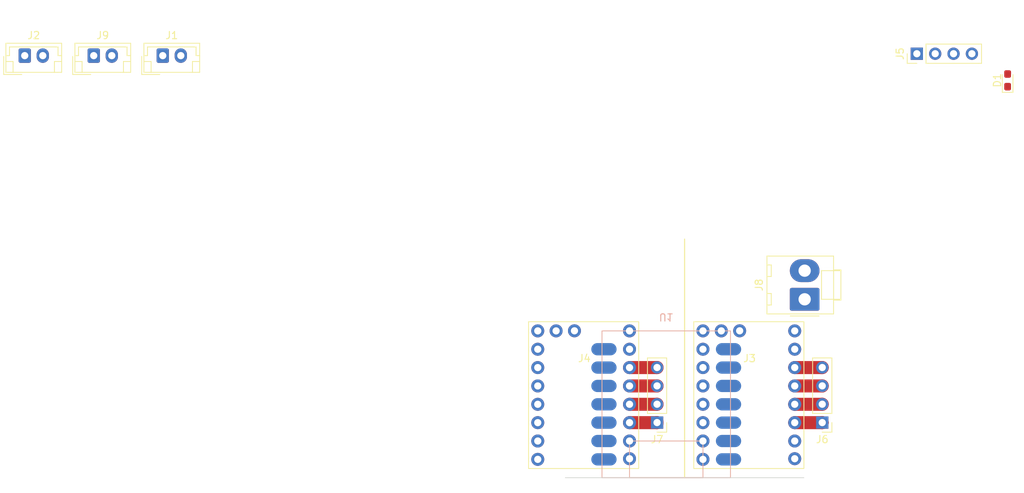
<source format=kicad_pcb>
(kicad_pcb (version 20211014) (generator pcbnew)
  (layers (0 "F.Cu" signal) (31 "B.Cu" signal) (34 "B.Paste" user) (35 "F.Paste" user) (36 "B.SilkS" user "B.Silkscreen") (37 "F.SilkS" user "F.Silkscreen") (38 "B.Mask" user) (39 "F.Mask" user) (44 "Edge.Cuts" user))
  (net 0 "")
  (net 1 "Net-(D1-Pad1)")
  (net 2 "+5V")
  (net 3 "RLOAD")
  (net 4 "GND")
  (net 5 "TRIG")
  (net 6 "EN")
  (net 9 "UART_A")
  (net 11 "STEP_A")
  (net 12 "DIR_A")
  (net 13 "+3V3")
  (net 14 "B2_A")
  (net 15 "B1_A")
  (net 16 "A1_A")
  (net 17 "A2_A")
  (net 18 "+24V")
  (net 20 "DIAG_A")
  (net 23 "UART_B")
  (net 25 "STEP_B")
  (net 26 "DIR_B")
  (net 27 "B2_B")
  (net 28 "B1_B")
  (net 29 "A1_B")
  (net 30 "A2_B")
  (net 32 "DIAG_B")
  (net 33 "mC-EN")
  (footprint "Connector_JST:JST_EH_B2B-EH-A_1x02_P2.50mm_Vertical" (layer "F.Cu") (at 30.605 52.08)
    (fp_text reference "J2" (at 1.25 -2.8) (layer "F.SilkS"))
    (fp_text value "Conn_01x02")
    (fp_line (start -2.11 0) (end -2.11 -1.21) (layer "F.SilkS") (width 0.12))
    (fp_line (start 5.11 0.81) (end 4.11 0.81) (layer "F.SilkS") (width 0.12))
    (fp_line (start -2.11 -1.21) (end 4.61 -1.21) (layer "F.SilkS") (width 0.12))
    (fp_line (start -2.61 0.81) (end -1.61 0.81) (layer "F.SilkS") (width 0.12))
    (fp_line (start 4.61 -1.21) (end 4.61 0) (layer "F.SilkS") (width 0.12))
    (fp_line (start -1.61 0.81) (end -1.61 2.31) (layer "F.SilkS") (width 0.12))
    (fp_line (start 5.11 2.31) (end 5.11 -1.71) (layer "F.SilkS") (width 0.12))
    (fp_line (start 4.61 0) (end 5.11 0) (layer "F.SilkS") (width 0.12))
    (fp_line (start -2.91 0.11) (end -2.91 2.61) (layer "F.SilkS") (width 0.12))
    (fp_line (start 4.11 0.81) (end 4.11 2.31) (layer "F.SilkS") (width 0.12))
    (fp_line (start -2.61 -1.71) (end -2.61 2.31) (layer "F.SilkS") (width 0.12))
    (fp_line (start -2.61 2.31) (end 5.11 2.31) (layer "F.SilkS") (width 0.12))
    (fp_line (start -2.91 2.61) (end -0.41 2.61) (layer "F.SilkS") (width 0.12))
    (fp_line (start 5.11 -1.71) (end -2.61 -1.71) (layer "F.SilkS") (width 0.12))
    (fp_line (start -2.61 0) (end -2.11 0) (layer "F.SilkS") (width 0.12))
    (pad "1" thru_hole roundrect locked (at 0 0) (size 1.7 2) (drill 1) (layers *.Cu *.Mask) (roundrect_rratio 0.147059) (net 5 "TRIG"))
    (pad "2" thru_hole oval locked (at 2.5 0) (size 1.7 2) (drill 1) (layers *.Cu *.Mask) (net 4 "GND"))
  )
  (footprint "Connector_PinHeader_2.54mm:PinHeader_1x04_P2.54mm_Vertical" (layer "F.Cu") (at 140.97 102.86 180)
    (fp_text reference "J6" (at 0 -2.33) (layer "F.SilkS"))
    (fp_text value "NEMA-17")
    (fp_line (start -1.33 -1.33) (end 0 -1.33) (layer "F.SilkS") (width 0.12))
    (fp_line (start -1.33 1.27) (end 1.33 1.27) (layer "F.SilkS") (width 0.12))
    (fp_line (start -1.33 1.27) (end -1.33 8.95) (layer "F.SilkS") (width 0.12))
    (fp_line (start -1.33 8.95) (end 1.33 8.95) (layer "F.SilkS") (width 0.12))
    (fp_line (start 1.33 1.27) (end 1.33 8.95) (layer "F.SilkS") (width 0.12))
    (fp_line (start -1.33 0) (end -1.33 -1.33) (layer "F.SilkS") (width 0.12))
    (pad "1" thru_hole rect locked (at 0 0 180) (size 1.7 1.7) (drill 1) (layers *.Cu *.Mask) (net 14 "B2_A"))
    (pad "2" thru_hole oval locked (at 0 2.54 180) (size 1.7 1.7) (drill 1) (layers *.Cu *.Mask) (net 15 "B1_A"))
    (pad "3" thru_hole oval locked (at 0 5.08 180) (size 1.7 1.7) (drill 1) (layers *.Cu *.Mask) (net 16 "A1_A"))
    (pad "4" thru_hole oval locked (at 0 7.62 180) (size 1.7 1.7) (drill 1) (layers *.Cu *.Mask) (net 17 "A2_A"))
  )
  (footprint "Connector_Molex:Molex_KK-396_A-41791-0002_1x02_P3.96mm_Vertical" (layer "F.Cu") (at 138.535 85.8 90)
    (fp_text reference "J8" (at 1.98 -6.31 90) (layer "F.SilkS"))
    (fp_text value "Conn_01x02")
    (fp_line (start -2.31 -2) (end -2.31 2) (layer "F.SilkS") (width 0.12))
    (fp_line (start 4.075 5.01) (end -0.115 5.01) (layer "F.SilkS") (width 0.12))
    (fp_line (start -0.115 4.005) (end -2.02 4.005) (layer "F.SilkS") (width 0.12))
    (fp_line (start -2.02 4.005) (end -2.02 -5.22) (layer "F.SilkS") (width 0.12))
    (fp_line (start 4.075 4.005) (end 4.075 5.01) (layer "F.SilkS") (width 0.12))
    (fp_line (start 0 4.01) (end 0 2.34) (layer "F.SilkS") (width 0.12))
    (fp_line (start 3.16 -5.22) (end 3.16 -4.62) (layer "F.SilkS") (width 0.12))
    (fp_line (start 4.76 -4.62) (end 4.76 -5.22) (layer "F.SilkS") (width 0.12))
    (fp_line (start 3.96 4.01) (end 3.96 5.01) (layer "F.SilkS") (width 0.12))
    (fp_line (start 3.96 2.34) (end 3.96 4.01) (layer "F.SilkS") (width 0.12))
    (fp_line (start 0 5.01) (end 0 4.01) (layer "F.SilkS") (width 0.12))
    (fp_line (start 0 4.01) (end 3.96 4.01) (layer "F.SilkS") (width 0.12))
    (fp_line (start -0.8 -5.22) (end -0.8 -4.62) (layer "F.SilkS") (width 0.12))
    (fp_line (start 0.8 -4.62) (end 0.8 -5.22) (layer "F.SilkS") (width 0.12))
    (fp_line (start 3.16 -4.62) (end 4.76 -4.62) (layer "F.SilkS") (width 0.12))
    (fp_line (start 5.98 4.005) (end 4.075 4.005) (layer "F.SilkS") (width 0.12))
    (fp_line (start -0.8 -4.62) (end 0.8 -4.62) (layer "F.SilkS") (width 0.12))
    (fp_line (start 0 2.34) (end 3.96 2.34) (layer "F.SilkS") (width 0.12))
    (fp_line (start -0.115 5.01) (end -0.115 4.005) (layer "F.SilkS") (width 0.12))
    (fp_line (start 5.98 -5.22) (end 5.98 4.005) (layer "F.SilkS") (width 0.12))
    (fp_line (start -2.02 -5.22) (end 5.98 -5.22) (layer "F.SilkS") (width 0.12))
    (pad "1" thru_hole roundrect locked (at 0 0 90) (size 3.16 4.1) (drill 1.7) (layers *.Cu *.Mask) (roundrect_rratio 0.079114) (net 18 "+24V"))
    (pad "2" thru_hole oval locked (at 3.96 0 90) (size 3.16 4.1) (drill 1.7) (layers *.Cu *.Mask) (net 4 "GND"))
  )
  (footprint "Connector_JST:JST_EH_B2B-EH-A_1x02_P2.50mm_Vertical" (layer "F.Cu") (at 40.155 52.08)
    (fp_text reference "J9" (at 1.25 -2.8) (layer "F.SilkS"))
    (fp_text value "Controller_Enable_Switch")
    (fp_line (start 5.11 0.81) (end 4.11 0.81) (layer "F.SilkS") (width 0.12))
    (fp_line (start 5.11 -1.71) (end -2.61 -1.71) (layer "F.SilkS") (width 0.12))
    (fp_line (start -2.61 2.31) (end 5.11 2.31) (layer "F.SilkS") (width 0.12))
    (fp_line (start -1.61 0.81) (end -1.61 2.31) (layer "F.SilkS") (width 0.12))
    (fp_line (start -2.61 -1.71) (end -2.61 2.31) (layer "F.SilkS") (width 0.12))
    (fp_line (start -2.11 -1.21) (end 4.61 -1.21) (layer "F.SilkS") (width 0.12))
    (fp_line (start -2.61 0.81) (end -1.61 0.81) (layer "F.SilkS") (width 0.12))
    (fp_line (start -2.91 2.61) (end -0.41 2.61) (layer "F.SilkS") (width 0.12))
    (fp_line (start 5.11 2.31) (end 5.11 -1.71) (layer "F.SilkS") (width 0.12))
    (fp_line (start 4.61 0) (end 5.11 0) (layer "F.SilkS") (width 0.12))
    (fp_line (start 4.61 -1.21) (end 4.61 0) (layer "F.SilkS") (width 0.12))
    (fp_line (start -2.61 0) (end -2.11 0) (layer "F.SilkS") (width 0.12))
    (fp_line (start -2.91 0.11) (end -2.91 2.61) (layer "F.SilkS") (width 0.12))
    (fp_line (start -2.11 0) (end -2.11 -1.21) (layer "F.SilkS") (width 0.12))
    (fp_line (start 4.11 0.81) (end 4.11 2.31) (layer "F.SilkS") (width 0.12))
    (pad "1" thru_hole roundrect locked (at 0 0) (size 1.7 2) (drill 1) (layers *.Cu *.Mask) (roundrect_rratio 0.147059) (net 33 "mC-EN"))
    (pad "2" thru_hole oval locked (at 2.5 0) (size 1.7 2) (drill 1) (layers *.Cu *.Mask) (net 4 "GND"))
  )
  (footprint "Boards:BTT_TMC_2209" (layer "F.Cu") (at 130.81 99.06)
    (fp_text reference "J3" (at 0.1 -5.08 unlocked) (layer "F.SilkS"))
    (fp_text value "TMC_2209_A")
    (fp_rect (start -7.62 -10.16) (end 7.62 10.16) (layer "F.SilkS") (width 0.12) (fill none))
    (pad "1" thru_hole circle (at -6.35 -8.89) (size 1.8 1.8) (drill 1) (layers *.Cu *.Mask) (net 6 "EN"))
    (pad "2" thru_hole circle (at -6.35 -6.35) (size 1.8 1.8) (drill 1) (layers *.Cu *.Mask))
    (pad "3" thru_hole circle (at -6.35 -3.81) (size 1.8 1.8) (drill 1) (layers *.Cu *.Mask))
    (pad "4" thru_hole circle (at -6.35 -1.27) (size 1.8 1.8) (drill 1) (layers *.Cu *.Mask) (net 9 "UART_A"))
    (pad "5" thru_hole circle (at -6.35 1.27) (size 1.8 1.8) (drill 1) (layers *.Cu *.Mask) (net 9 "UART_A"))
    (pad "6" thru_hole circle (at -6.35 3.81) (size 1.8 1.8) (drill 1) (layers *.Cu *.Mask))
    (pad "7" thru_hole circle (at -6.35 6.35) (size 1.8 1.8) (drill 1) (layers *.Cu *.Mask) (net 11 "STEP_A"))
    (pad "8" thru_hole circle (at -6.35 8.89) (size 1.8 1.8) (drill 1) (layers *.Cu *.Mask) (net 12 "DIR_A"))
    (pad "9" thru_hole circle (at 6.35 8.8) (size 1.8 1.8) (drill 1) (layers *.Cu *.Mask) (net 4 "GND"))
    (pad "10" thru_hole circle (at 6.35 6.35) (size 1.8 1.8) (drill 1) (layers *.Cu *.Mask) (net 13 "+3V3"))
    (pad "11" thru_hole circle (at 6.35 3.81) (size 1.8 1.8) (drill 1) (layers *.Cu *.Mask) (net 14 "B2_A"))
    (pad "12" thru_hole circle (at 6.35 1.27) (size 1.8 1.8) (drill 1) (layers *.Cu *.Mask) (net 15 "B1_A"))
    (pad "13" thru_hole circle (at 6.35 -1.27) (size 1.8 1.8) (drill 1) (layers *.Cu *.Mask) (net 16 "A1_A"))
    (pad "14" thru_hole circle (at 6.35 -3.81) (size 1.8 1.8) (drill 1) (layers *.Cu *.Mask) (net 17 "A2_A"))
    (pad "15" thru_hole circle (at 6.35 -6.35) (size 1.8 1.8) (drill 1) (layers *.Cu *.Mask) (net 4 "GND"))
    (pad "16" thru_hole circle (at 6.35 -8.89) (size 1.8 1.8) (drill 1) (layers *.Cu *.Mask) (net 18 "+24V"))
    (pad "17" thru_hole circle (at -3.81 -8.89) (size 1.8 1.8) (drill 1) (layers *.Cu *.Mask))
    (pad "18" thru_hole circle (at -1.27 -8.9) (size 1.8 1.8) (drill 1) (layers *.Cu *.Mask) (net 20 "DIAG_A"))
  )
  (footprint "Diode_SMD:D_0603_1608Metric_Pad1.05x0.95mm_HandSolder" (layer "F.Cu") (at 166.624 55.499 90)
    (fp_text reference "D1" (at 0 -1.43 90) (layer "F.SilkS"))
    (fp_text value "D")
    (fp_line (start -1.66 -0.735) (end -1.66 0.735) (layer "F.SilkS") (width 0.12))
    (fp_line (start 0.8 -0.735) (end -1.66 -0.735) (layer "F.SilkS") (width 0.12))
    (fp_line (start -1.66 0.735) (end 0.8 0.735) (layer "F.SilkS") (width 0.12))
    (pad "1" smd roundrect locked (at -0.875 0 90) (size 1.05 0.95) (layers "F.Cu" "F.Paste" "F.Mask") (net 1 "Net-(D1-Pad1)"))
    (pad "2" smd roundrect locked (at 0.875 0 90) (size 1.05 0.95) (layers "F.Cu" "F.Paste" "F.Mask") (net 2 "+5V"))
  )
  (footprint "Connector_PinHeader_2.54mm:PinHeader_1x04_P2.54mm_Vertical" (layer "F.Cu") (at 154.061 51.816 90)
    (fp_text reference "J5" (at 0 -2.33 90) (layer "F.SilkS"))
    (fp_text value "Pololu D24V5F5 5V")
    (fp_line (start -1.33 1.27) (end 1.33 1.27) (layer "F.SilkS") (width 0.12))
    (fp_line (start -1.33 1.27) (end -1.33 8.95) (layer "F.SilkS") (width 0.12))
    (fp_line (start -1.33 8.95) (end 1.33 8.95) (layer "F.SilkS") (width 0.12))
    (fp_line (start -1.33 -1.33) (end 0 -1.33) (layer "F.SilkS") (width 0.12))
    (fp_line (start -1.33 0) (end -1.33 -1.33) (layer "F.SilkS") (width 0.12))
    (fp_line (start 1.33 1.27) (end 1.33 8.95) (layer "F.SilkS") (width 0.12))
    (pad "1" thru_hole rect locked (at 0 0 90) (size 1.7 1.7) (drill 1) (layers *.Cu *.Mask) (net 33 "mC-EN"))
    (pad "2" thru_hole oval locked (at 0 2.54 90) (size 1.7 1.7) (drill 1) (layers *.Cu *.Mask) (net 18 "+24V"))
    (pad "3" thru_hole oval locked (at 0 5.08 90) (size 1.7 1.7) (drill 1) (layers *.Cu *.Mask) (net 4 "GND"))
    (pad "4" thru_hole oval locked (at 0 7.62 90) (size 1.7 1.7) (drill 1) (layers *.Cu *.Mask) (net 2 "+5V"))
  )
  (footprint "Connector_JST:JST_EH_B2B-EH-A_1x02_P2.50mm_Vertical" (layer "F.Cu") (at 49.705 52.08)
    (fp_text reference "J1" (at 1.25 -2.8) (layer "F.SilkS"))
    (fp_text value "Conn_01x02")
    (fp_line (start -2.11 0) (end -2.11 -1.21) (layer "F.SilkS") (width 0.12))
    (fp_line (start -1.61 0.81) (end -1.61 2.31) (layer "F.SilkS") (width 0.12))
    (fp_line (start 5.11 2.31) (end 5.11 -1.71) (layer "F.SilkS") (width 0.12))
    (fp_line (start 4.61 -1.21) (end 4.61 0) (layer "F.SilkS") (width 0.12))
    (fp_line (start 4.61 0) (end 5.11 0) (layer "F.SilkS") (width 0.12))
    (fp_line (start 5.11 -1.71) (end -2.61 -1.71) (layer "F.SilkS") (width 0.12))
    (fp_line (start -2.91 0.11) (end -2.91 2.61) (layer "F.SilkS") (width 0.12))
    (fp_line (start -2.61 0.81) (end -1.61 0.81) (layer "F.SilkS") (width 0.12))
    (fp_line (start -2.91 2.61) (end -0.41 2.61) (layer "F.SilkS") (width 0.12))
    (fp_line (start -2.61 0) (end -2.11 0) (layer "F.SilkS") (width 0.12))
    (fp_line (start -2.61 -1.71) (end -2.61 2.31) (layer "F.SilkS") (width 0.12))
    (fp_line (start -2.61 2.31) (end 5.11 2.31) (layer "F.SilkS") (width 0.12))
    (fp_line (start 5.11 0.81) (end 4.11 0.81) (layer "F.SilkS") (width 0.12))
    (fp_line (start -2.11 -1.21) (end 4.61 -1.21) (layer "F.SilkS") (width 0.12))
    (fp_line (start 4.11 0.81) (end 4.11 2.31) (layer "F.SilkS") (width 0.12))
    (pad "1" thru_hole roundrect locked (at 0 0) (size 1.7 2) (drill 1) (layers *.Cu *.Mask) (roundrect_rratio 0.147059) (net 3 "RLOAD"))
    (pad "2" thru_hole oval locked (at 2.5 0) (size 1.7 2) (drill 1) (layers *.Cu *.Mask) (net 4 "GND"))
  )
  (footprint "Connector_PinHeader_2.54mm:PinHeader_1x04_P2.54mm_Vertical" (layer "F.Cu") (at 118.11 102.86 180)
    (fp_text reference "J7" (at 0 -2.33) (layer "F.SilkS"))
    (fp_text value "NEMA-8")
    (fp_line (start 1.33 1.27) (end 1.33 8.95) (layer "F.SilkS") (width 0.12))
    (fp_line (start -1.33 0) (end -1.33 -1.33) (layer "F.SilkS") (width 0.12))
    (fp_line (start -1.33 -1.33) (end 0 -1.33) (layer "F.SilkS") (width 0.12))
    (fp_line (start -1.33 1.27) (end 1.33 1.27) (layer "F.SilkS") (width 0.12))
    (fp_line (start -1.33 8.95) (end 1.33 8.95) (layer "F.SilkS") (width 0.12))
    (fp_line (start -1.33 1.27) (end -1.33 8.95) (layer "F.SilkS") (width 0.12))
    (pad "1" thru_hole rect locked (at 0 0 180) (size 1.7 1.7) (drill 1) (layers *.Cu *.Mask) (net 27 "B2_B"))
    (pad "2" thru_hole oval locked (at 0 2.54 180) (size 1.7 1.7) (drill 1) (layers *.Cu *.Mask) (net 28 "B1_B"))
    (pad "3" thru_hole oval locked (at 0 5.08 180) (size 1.7 1.7) (drill 1) (layers *.Cu *.Mask) (net 29 "A1_B"))
    (pad "4" thru_hole oval locked (at 0 7.62 180) (size 1.7 1.7) (drill 1) (layers *.Cu *.Mask) (net 30 "A2_B"))
  )
  (footprint "Boards:BTT_TMC_2209" (layer "F.Cu") (at 107.95 99.06)
    (fp_text reference "J4" (at 0.1 -5.08 unlocked) (layer "F.SilkS"))
    (fp_text value "TMC_2209_B")
    (fp_rect (start -7.62 -10.16) (end 7.62 10.16) (layer "F.SilkS") (width 0.12) (fill none))
    (pad "1" thru_hole circle (at -6.35 -8.89) (size 1.8 1.8) (drill 1) (layers *.Cu *.Mask) (net 6 "EN"))
    (pad "2" thru_hole circle (at -6.35 -6.35) (size 1.8 1.8) (drill 1) (layers *.Cu *.Mask))
    (pad "3" thru_hole circle (at -6.35 -3.81) (size 1.8 1.8) (drill 1) (layers *.Cu *.Mask))
    (pad "4" thru_hole circle (at -6.35 -1.27) (size 1.8 1.8) (drill 1) (layers *.Cu *.Mask) (net 23 "UART_B"))
    (pad "5" thru_hole circle (at -6.35 1.27) (size 1.8 1.8) (drill 1) (layers *.Cu *.Mask) (net 23 "UART_B"))
    (pad "6" thru_hole circle (at -6.35 3.81) (size 1.8 1.8) (drill 1) (layers *.Cu *.Mask))
    (pad "7" thru_hole circle (at -6.35 6.35) (size 1.8 1.8) (drill 1) (layers *.Cu *.Mask) (net 25 "STEP_B"))
    (pad "8" thru_hole circle (at -6.35 8.89) (size 1.8 1.8) (drill 1) (layers *.Cu *.Mask) (net 26 "DIR_B"))
    (pad "9" thru_hole circle (at 6.35 8.8) (size 1.8 1.8) (drill 1) (layers *.Cu *.Mask) (net 4 "GND"))
    (pad "10" thru_hole circle (at 6.35 6.35) (size 1.8 1.8) (drill 1) (layers *.Cu *.Mask) (net 13 "+3V3"))
    (pad "11" thru_hole circle (at 6.35 3.81) (size 1.8 1.8) (drill 1) (layers *.Cu *.Mask) (net 27 "B2_B"))
    (pad "12" thru_hole circle (at 6.35 1.27) (size 1.8 1.8) (drill 1) (layers *.Cu *.Mask) (net 28 "B1_B"))
    (pad "13" thru_hole circle (at 6.35 -1.27) (size 1.8 1.8) (drill 1) (layers *.Cu *.Mask) (net 29 "A1_B"))
    (pad "14" thru_hole circle (at 6.35 -3.81) (size 1.8 1.8) (drill 1) (layers *.Cu *.Mask) (net 30 "A2_B"))
    (pad "15" thru_hole circle (at 6.35 -6.35) (size 1.8 1.8) (drill 1) (layers *.Cu *.Mask) (net 4 "GND"))
    (pad "16" thru_hole circle (at 6.35 -8.89) (size 1.8 1.8) (drill 1) (layers *.Cu *.Mask) (net 18 "+24V"))
    (pad "17" thru_hole circle (at -3.81 -8.89) (size 1.8 1.8) (drill 1) (layers *.Cu *.Mask))
    (pad "18" thru_hole circle (at -1.27 -8.9) (size 1.8 1.8) (drill 1) (layers *.Cu *.Mask) (net 32 "DIAG_B"))
  )
  (footprint "Boards:Adafruit_QT_Py_SMD" (layer "B.Cu") (at 119.38 100.33)
    (fp_text reference "U1" (at 0 -12.065 180 unlocked) (layer "B.SilkS") (effects (justify mirror)))
    (fp_text value "Adafruit_QT_Py_RP2040")
    (fp_rect (start -5.08 10.16) (end 5.08 5.08) (layer "B.SilkS") (width 0.12) (fill none))
    (fp_rect (start -8.89 10.16) (end 8.89 -10.16) (layer "B.SilkS") (width 0.12) (fill none))
    (pad "1" smd oval (at -7.62 7.62 180) (size 3.5 1.7) (drill (offset 1 0)) (layers "B.Cu" "B.Paste" "B.Mask") (net 6 "EN"))
    (pad "2" smd oval (at -7.62 5.08 180) (size 3.5 1.7) (drill (offset 1 0)) (layers "B.Cu" "B.Paste" "B.Mask") (net 23 "UART_B"))
    (pad "3" smd oval (at -7.62 2.54 180) (size 3.5 1.7) (drill (offset 1 0)) (layers "B.Cu" "B.Paste" "B.Mask") (net 32 "DIAG_B"))
    (pad "4" smd oval (at -7.62 0 180) (size 3.5 1.7) (drill (offset 1 0)) (layers "B.Cu" "B.Paste" "B.Mask") (net 26 "DIR_B"))
    (pad "5" smd oval (at -7.62 -2.54 180) (size 3.5 1.7) (drill (offset 1 0)) (layers "B.Cu" "B.Paste" "B.Mask") (net 12 "DIR_A"))
    (pad "6" smd oval (at -7.62 -5.08 180) (size 3.5 1.7) (drill (offset 1 0)) (layers "B.Cu" "B.Paste" "B.Mask") (net 11 "STEP_A"))
    (pad "7" smd oval (at -7.62 -7.62 180) (size 3.5 1.7) (drill (offset 1 0)) (layers "B.Cu" "B.Paste" "B.Mask") (net 9 "UART_A"))
    (pad "8" smd oval (at 7.62 -7.62) (size 3.5 1.7) (drill (offset 1 0)) (layers "B.Cu" "B.Paste" "B.Mask") (net 20 "DIAG_A"))
    (pad "9" smd oval (at 7.62 -5.08) (size 3.5 1.7) (drill (offset 1 0)) (layers "B.Cu" "B.Paste" "B.Mask") (net 25 "STEP_B"))
    (pad "10" smd oval (at 7.62 -2.54) (size 3.5 1.7) (drill (offset 1 0)) (layers "B.Cu" "B.Paste" "B.Mask") (net 5 "TRIG"))
    (pad "11" smd oval (at 7.62 0) (size 3.5 1.7) (drill (offset 1 0)) (layers "B.Cu" "B.Paste" "B.Mask") (net 3 "RLOAD"))
    (pad "12" smd oval (at 7.62 2.54) (size 3.5 1.7) (drill (offset 1 0)) (layers "B.Cu" "B.Paste" "B.Mask") (net 13 "+3V3"))
    (pad "13" smd oval (at 7.62 5.08) (size 3.5 1.7) (drill (offset 1 0)) (layers "B.Cu" "B.Paste" "B.Mask") (net 4 "GND"))
    (pad "14" smd oval (at 7.62 7.62) (size 3.5 1.7) (drill (offset 1 0)) (layers "B.Cu" "B.Paste" "B.Mask") (net 1 "Net-(D1-Pad1)"))
  )
  (gr_line (start 121.92 110.49) (end 121.92 77.47) (layer "F.SilkS") (width 0.15))
  (gr_line (start 105.41 110.49) (end 138.43 110.49) (layer "Edge.Cuts") (width 0.1))
  (segment (start 140.96 102.87) (end 140.97 102.86) (width 1.8) (layer "F.Cu") (net 14))
  (segment (start 137.16 102.87) (end 140.96 102.87) (width 1.8) (layer "F.Cu") (net 14))
  (segment (start 137.16 100.33) (end 140.96 100.33) (width 1.8) (layer "F.Cu") (net 15))
  (segment (start 140.96 100.33) (end 140.97 100.32) (width 1.8) (layer "F.Cu") (net 15))
  (segment (start 137.16 97.79) (end 140.96 97.79) (width 1.8) (layer "F.Cu") (net 16))
  (segment (start 140.96 97.79) (end 140.97 97.78) (width 1.8) (layer "F.Cu") (net 16))
  (segment (start 137.16 95.25) (end 140.96 95.25) (width 1.8) (layer "F.Cu") (net 17))
  (segment (start 140.96 95.25) (end 140.97 95.24) (width 1.8) (layer "F.Cu") (net 17))
  (segment (start 114.3 102.87) (end 118.1 102.87) (width 1.8) (layer "F.Cu") (net 27))
  (segment (start 118.1 102.87) (end 118.11 102.86) (width 1.8) (layer "F.Cu") (net 27))
  (segment (start 118.1 100.33) (end 118.11 100.32) (width 1.8) (layer "F.Cu") (net 28))
  (segment (start 114.3 100.33) (end 118.1 100.33) (width 1.8) (layer "F.Cu") (net 28))
  (segment (start 114.3 97.79) (end 118.1 97.79) (width 1.8) (layer "F.Cu") (net 29))
  (segment (start 118.1 97.79) (end 118.11 97.78) (width 1.8) (layer "F.Cu") (net 29))
  (segment (start 118.1 95.25) (end 118.11 95.24) (width 1.8) (layer "F.Cu") (net 30))
  (segment (start 114.3 95.25) (end 118.1 95.25) (width 1.8) (layer "F.Cu") (net 30))
)
</source>
